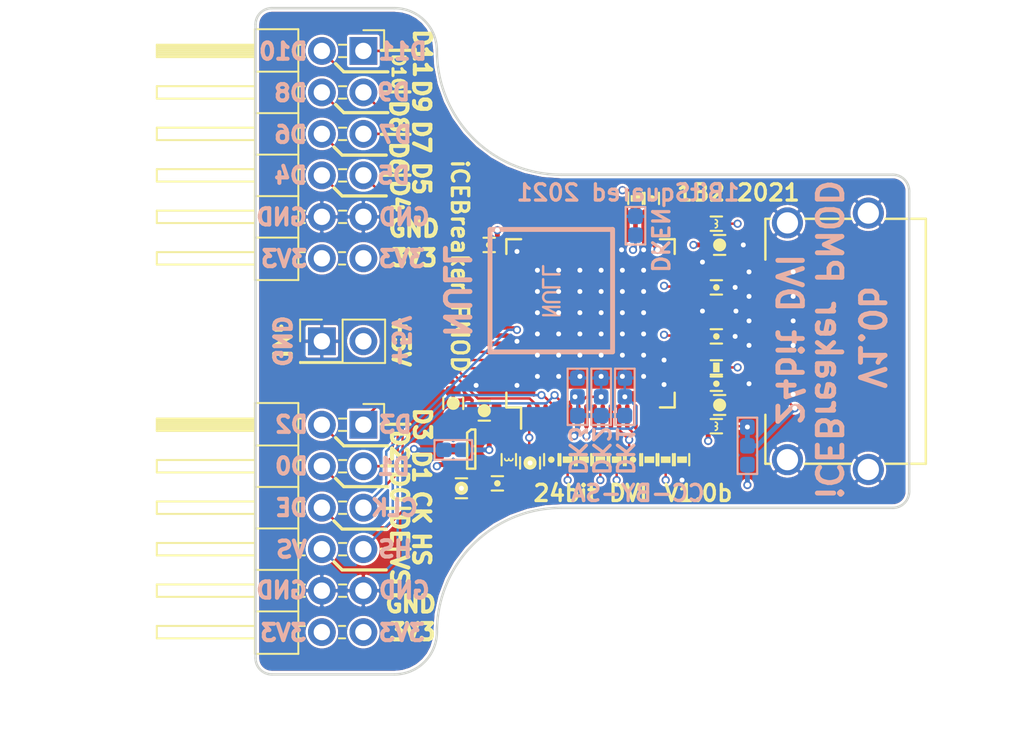
<source format=kicad_pcb>
(kicad_pcb (version 20171130) (host pcbnew 5.1.10)
  (title_block (title "iCEBreaker PMOD - 24bit DVI") (rev V1.0a) (company 1BitSquared) (comment 1 "(C) 2018-2021 Piotr Esden-Tempski <piotr@esden.net>") (comment 2 "(C) 2018-2021 1BitSquared <info@1bitsquared.com>") (comment 3 "License: CC-BY-SA V4.0"))
  (layers (0 F.Cu signal) (1 In1.Cu signal) (2 In2.Cu signal) (31 B.Cu signal) (34 B.Paste user) (35 F.Paste user) (36 B.SilkS user) (37 F.SilkS user) (38 B.Mask user) (39 F.Mask user) (44 Edge.Cuts user))
  (net 0 "")
  (net 1 GND)
  (net 2 +3V3)
  (net 3 +5V)
  (net 4 "Net-(C3-Pad1)")
  (net 5 /DE)
  (net 6 /VREF)
  (net 7 /HS)
  (net 8 /VS)
  (net 9 /EDGE-HTPLG)
  (net 10 /~PD)
  (net 11 /ISEL-~RST)
  (net 12 /DSEL-SDA)
  (net 13 /BSEL-SCL)
  (net 14 /CK-)
  (net 15 /CK+)
  (net 16 /TVDD)
  (net 17 /D0-)
  (net 18 /D0+)
  (net 19 /D1-)
  (net 20 /D1+)
  (net 21 /D2-)
  (net 22 /D2+)
  (net 23 /DKEN)
  (net 24 /CLK)
  (net 25 /TFADJ)
  (net 26 "Net-(J5-Pad2)")
  (net 27 /VCC)
  (net 28 /PVCC)
  (net 29 /DK3)
  (net 30 /DK2)
  (net 31 /DK1)
  (net 32 /D1)
  (net 33 /D3)
  (net 34 /D2)
  (net 35 /D5)
  (net 36 /D4)
  (net 37 /D7)
  (net 38 /D6)
  (net 39 /D9)
  (net 40 /D8)
  (net 41 /D11)
  (net 42 /D10)
  (net 43 "Net-(J6-Pad19)")
  (net 44 "Net-(J6-Pad16)")
  (net 45 "Net-(J6-Pad15)")
  (net 46 "Net-(J6-Pad14)")
  (net 47 "Net-(J6-Pad13)")
  (net 48 /D0)
  (net 49 "Net-(U2-Pad11)")
  (net 50 /3V3x)
  (module pkl_connectors:HDMI-10029449-111RLF (layer F.Cu) (at 62.5 40.2 90)
    (fp_text reference J6)
    (fp_text value HDMI_A_1.4 hide)
    (pad SH thru_hole circle (at -7.85 5 90) (size 1.9 1.9) (drill 1.3) (layers *.Cu *.Mask) (net 1 GND))
    (pad SH thru_hole circle (at 7.85 5 90) (size 1.9 1.9) (drill 1.3) (layers *.Cu *.Mask) (net 1 GND))
    (pad SH thru_hole circle (at 7.25 0.05 90) (size 1.9 1.9) (drill 1.3) (layers *.Cu *.Mask) (net 1 GND))
    (pad SH thru_hole circle (at -7.25 0.05 90) (size 1.9 1.9) (drill 1.3) (layers *.Cu *.Mask) (net 1 GND))
    (pad 2 smd roundrect (at 4.25 -0.95 90) (size 0.28 1.9) (layers F.Cu F.Paste F.Mask) (net 1 GND))
    (pad 3 smd roundrect (at 3.75 -0.95 90) (size 0.28 1.9) (layers F.Cu F.Paste F.Mask) (net 21 /D2-))
    (pad 4 smd roundrect (at 3.25 -0.95 90) (size 0.28 1.9) (layers F.Cu F.Paste F.Mask) (net 20 /D1+))
    (pad 5 smd roundrect (at 2.75 -0.95 90) (size 0.28 1.9) (layers F.Cu F.Paste F.Mask) (net 1 GND))
    (pad 6 smd roundrect (at 2.25 -0.95 90) (size 0.28 1.9) (layers F.Cu F.Paste F.Mask) (net 19 /D1-))
    (pad 7 smd roundrect (at 1.75 -0.95 90) (size 0.28 1.9) (layers F.Cu F.Paste F.Mask) (net 18 /D0+))
    (pad 8 smd roundrect (at 1.25 -0.95 90) (size 0.28 1.9) (layers F.Cu F.Paste F.Mask) (net 1 GND))
    (pad 9 smd roundrect (at 0.75 -0.95 90) (size 0.28 1.9) (layers F.Cu F.Paste F.Mask) (net 17 /D0-))
    (pad 10 smd roundrect (at 0.25 -0.95 90) (size 0.28 1.9) (layers F.Cu F.Paste F.Mask) (net 15 /CK+))
    (pad 11 smd roundrect (at -0.25 -0.95 90) (size 0.28 1.9) (layers F.Cu F.Paste F.Mask) (net 1 GND))
    (pad 12 smd roundrect (at -0.75 -0.95 90) (size 0.28 1.9) (layers F.Cu F.Paste F.Mask) (net 14 /CK-))
    (pad 13 smd roundrect (at -1.25 -0.95 90) (size 0.28 1.9) (layers F.Cu F.Paste F.Mask) (net 47 "Net-(J6-Pad13)"))
    (pad 14 smd roundrect (at -1.75 -0.95 90) (size 0.28 1.9) (layers F.Cu F.Paste F.Mask) (net 46 "Net-(J6-Pad14)"))
    (pad 15 smd roundrect (at -2.25 -0.95 90) (size 0.28 1.9) (layers F.Cu F.Paste F.Mask) (net 45 "Net-(J6-Pad15)"))
    (pad 16 smd roundrect (at -2.75 -0.95 90) (size 0.28 1.9) (layers F.Cu F.Paste F.Mask) (net 44 "Net-(J6-Pad16)"))
    (pad 17 smd roundrect (at -3.25 -0.95 90) (size 0.28 1.9) (layers F.Cu F.Paste F.Mask) (net 1 GND))
    (pad 18 smd roundrect (at -3.75 -0.95 90) (size 0.28 1.9) (layers F.Cu F.Paste F.Mask) (net 26 "Net-(J5-Pad2)"))
    (pad 1 smd roundrect (at 4.75 -0.95 90) (size 0.28 1.9) (layers F.Cu F.Paste F.Mask) (net 22 /D2+))
    (pad 19 smd roundrect (at -4.25 -0.95 90) (size 0.28 1.9) (layers F.Cu F.Paste F.Mask) (net 43 "Net-(J6-Pad19)"))
  )
  (module pkl_housings_qfp:TQFP-64-1EP_10x10mm_P0.5mm_EP5x5mm (layer F.Cu) (at 50.5 39.1 90)
    (fp_text reference U2)
    (fp_text value SII164)
    (pad 65 thru_hole circle (at -1.95 3.25 90) (size 0.5 0.5) (drill 0.3) (layers *.Cu) (net 1 GND))
    (pad 65 thru_hole circle (at -3.25 3.25 90) (size 0.5 0.5) (drill 0.3) (layers *.Cu) (net 1 GND))
    (pad 65 thru_hole circle (at 0.65 3.25 90) (size 0.5 0.5) (drill 0.3) (layers *.Cu) (net 1 GND))
    (pad 65 thru_hole circle (at -0.65 3.25 90) (size 0.5 0.5) (drill 0.3) (layers *.Cu) (net 1 GND))
    (pad 65 thru_hole circle (at 3.25 3.25 90) (size 0.5 0.5) (drill 0.3) (layers *.Cu) (net 1 GND))
    (pad 65 thru_hole circle (at 1.95 3.25 90) (size 0.5 0.5) (drill 0.3) (layers *.Cu) (net 1 GND))
    (pad 65 thru_hole circle (at -1.95 1.95 90) (size 0.5 0.5) (drill 0.3) (layers *.Cu) (net 1 GND))
    (pad 65 thru_hole circle (at -3.25 1.95 90) (size 0.5 0.5) (drill 0.3) (layers *.Cu) (net 1 GND))
    (pad 65 thru_hole circle (at 0.65 1.95 90) (size 0.5 0.5) (drill 0.3) (layers *.Cu) (net 1 GND))
    (pad 65 thru_hole circle (at -0.65 1.95 90) (size 0.5 0.5) (drill 0.3) (layers *.Cu) (net 1 GND))
    (pad 65 thru_hole circle (at 3.25 1.95 90) (size 0.5 0.5) (drill 0.3) (layers *.Cu) (net 1 GND))
    (pad 65 thru_hole circle (at 1.95 1.95 90) (size 0.5 0.5) (drill 0.3) (layers *.Cu) (net 1 GND))
    (pad 65 thru_hole circle (at -3.25 0.65 90) (size 0.5 0.5) (drill 0.3) (layers *.Cu) (net 1 GND))
    (pad 65 thru_hole circle (at 0.65 0.65 90) (size 0.5 0.5) (drill 0.3) (layers *.Cu) (net 1 GND))
    (pad 65 thru_hole circle (at -0.65 0.65 90) (size 0.5 0.5) (drill 0.3) (layers *.Cu) (net 1 GND))
    (pad 65 thru_hole circle (at 1.95 0.65 90) (size 0.5 0.5) (drill 0.3) (layers *.Cu) (net 1 GND))
    (pad 65 thru_hole circle (at -1.95 0.65 90) (size 0.5 0.5) (drill 0.3) (layers *.Cu) (net 1 GND))
    (pad 65 thru_hole circle (at 3.25 0.65 90) (size 0.5 0.5) (drill 0.3) (layers *.Cu) (net 1 GND))
    (pad 65 thru_hole circle (at -3.25 -0.65 90) (size 0.5 0.5) (drill 0.3) (layers *.Cu) (net 1 GND))
    (pad 65 thru_hole circle (at 0.65 -0.65 90) (size 0.5 0.5) (drill 0.3) (layers *.Cu) (net 1 GND))
    (pad 65 thru_hole circle (at -0.65 -0.65 90) (size 0.5 0.5) (drill 0.3) (layers *.Cu) (net 1 GND))
    (pad 65 thru_hole circle (at 1.95 -0.65 90) (size 0.5 0.5) (drill 0.3) (layers *.Cu) (net 1 GND))
    (pad 65 thru_hole circle (at -1.95 -0.65 90) (size 0.5 0.5) (drill 0.3) (layers *.Cu) (net 1 GND))
    (pad 65 thru_hole circle (at 3.25 -0.65 90) (size 0.5 0.5) (drill 0.3) (layers *.Cu) (net 1 GND))
    (pad 65 thru_hole circle (at 1.95 -1.95 90) (size 0.5 0.5) (drill 0.3) (layers *.Cu) (net 1 GND))
    (pad 65 thru_hole circle (at -1.95 -1.95 90) (size 0.5 0.5) (drill 0.3) (layers *.Cu) (net 1 GND))
    (pad 65 thru_hole circle (at 3.25 -1.95 90) (size 0.5 0.5) (drill 0.3) (layers *.Cu) (net 1 GND))
    (pad 65 thru_hole circle (at -3.25 -1.95 90) (size 0.5 0.5) (drill 0.3) (layers *.Cu) (net 1 GND))
    (pad 65 thru_hole circle (at 0.65 -1.95 90) (size 0.5 0.5) (drill 0.3) (layers *.Cu) (net 1 GND))
    (pad 65 thru_hole circle (at -0.65 -1.95 90) (size 0.5 0.5) (drill 0.3) (layers *.Cu) (net 1 GND))
    (pad 65 thru_hole circle (at 3.25 -3.25 90) (size 0.5 0.5) (drill 0.3) (layers *.Cu) (net 1 GND))
    (pad 65 thru_hole circle (at 1.95 -3.25 90) (size 0.5 0.5) (drill 0.3) (layers *.Cu) (net 1 GND))
    (pad 65 thru_hole circle (at 0.65 -3.25 90) (size 0.5 0.5) (drill 0.3) (layers *.Cu) (net 1 GND))
    (pad 65 thru_hole circle (at -0.65 -3.25 90) (size 0.5 0.5) (drill 0.3) (layers *.Cu) (net 1 GND))
    (pad 65 thru_hole circle (at -1.95 -3.25 90) (size 0.5 0.5) (drill 0.3) (layers *.Cu) (net 1 GND))
    (pad 65 thru_hole circle (at -3.25 -3.25 90) (size 0.5 0.5) (drill 0.3) (layers *.Cu) (net 1 GND))
    (pad 65 smd rect (at 0 0 90) (size 8 8) (layers F.Cu) (net 1 GND))
    (pad 64 smd oval (at -3.75 -5.7 90) (size 0.28 1.5) (layers F.Cu F.Paste F.Mask) (net 1 GND))
    (pad 63 smd oval (at -3.25 -5.7 90) (size 0.28 1.5) (layers F.Cu F.Paste F.Mask) (net 48 /D0))
    (pad 62 smd oval (at -2.75 -5.7 90) (size 0.28 1.5) (layers F.Cu F.Paste F.Mask) (net 32 /D1))
    (pad 61 smd oval (at -2.25 -5.7 90) (size 0.28 1.5) (layers F.Cu F.Paste F.Mask) (net 34 /D2))
    (pad 60 smd oval (at -1.75 -5.7 90) (size 0.28 1.5) (layers F.Cu F.Paste F.Mask) (net 33 /D3))
    (pad 59 smd oval (at -1.25 -5.7 90) (size 0.28 1.5) (layers F.Cu F.Paste F.Mask) (net 36 /D4))
    (pad 58 smd oval (at -0.75 -5.7 90) (size 0.28 1.5) (layers F.Cu F.Paste F.Mask) (net 35 /D5))
    (pad 57 smd oval (at -0.25 -5.7 90) (size 0.28 1.5) (layers F.Cu F.Paste F.Mask) (net 24 /CLK))
    (pad 56 smd oval (at 0.25 -5.7 90) (size 0.28 1.5) (layers F.Cu F.Paste F.Mask) (net 1 GND))
    (pad 55 smd oval (at 0.75 -5.7 90) (size 0.28 1.5) (layers F.Cu F.Paste F.Mask) (net 38 /D6))
    (pad 54 smd oval (at 1.25 -5.7 90) (size 0.28 1.5) (layers F.Cu F.Paste F.Mask) (net 37 /D7))
    (pad 53 smd oval (at 1.75 -5.7 90) (size 0.28 1.5) (layers F.Cu F.Paste F.Mask) (net 40 /D8))
    (pad 52 smd oval (at 2.25 -5.7 90) (size 0.28 1.5) (layers F.Cu F.Paste F.Mask) (net 39 /D9))
    (pad 51 smd oval (at 2.75 -5.7 90) (size 0.28 1.5) (layers F.Cu F.Paste F.Mask) (net 42 /D10))
    (pad 50 smd oval (at 3.25 -5.7 90) (size 0.28 1.5) (layers F.Cu F.Paste F.Mask) (net 41 /D11))
    (pad 49 smd oval (at 3.75 -5.7 90) (size 0.28 1.5) (layers F.Cu F.Paste F.Mask) (net 28 /PVCC))
    (pad 48 smd oval (at 5.7 -3.75 180) (size 0.28 1.5) (layers F.Cu F.Paste F.Mask) (net 1 GND))
    (pad 47 smd oval (at 5.7 -3.25 180) (size 0.28 1.5) (layers F.Cu F.Paste F.Mask) (net 1 GND))
    (pad 46 smd oval (at 5.7 -2.75 180) (size 0.28 1.5) (layers F.Cu F.Paste F.Mask) (net 1 GND))
    (pad 45 smd oval (at 5.7 -2.25 180) (size 0.28 1.5) (layers F.Cu F.Paste F.Mask) (net 1 GND))
    (pad 44 smd oval (at 5.7 -1.75 180) (size 0.28 1.5) (layers F.Cu F.Paste F.Mask) (net 1 GND))
    (pad 43 smd oval (at 5.7 -1.25 180) (size 0.28 1.5) (layers F.Cu F.Paste F.Mask) (net 1 GND))
    (pad 42 smd oval (at 5.7 -0.75 180) (size 0.28 1.5) (layers F.Cu F.Paste F.Mask) (net 1 GND))
    (pad 41 smd oval (at 5.7 -0.25 180) (size 0.28 1.5) (layers F.Cu F.Paste F.Mask) (net 1 GND))
    (pad 40 smd oval (at 5.7 0.25 180) (size 0.28 1.5) (layers F.Cu F.Paste F.Mask) (net 1 GND))
    (pad 39 smd oval (at 5.7 0.75 180) (size 0.28 1.5) (layers F.Cu F.Paste F.Mask) (net 1 GND))
    (pad 38 smd oval (at 5.7 1.25 180) (size 0.28 1.5) (layers F.Cu F.Paste F.Mask) (net 1 GND))
    (pad 37 smd oval (at 5.7 1.75 180) (size 0.28 1.5) (layers F.Cu F.Paste F.Mask) (net 1 GND))
    (pad 36 smd oval (at 5.7 2.25 180) (size 0.28 1.5) (layers F.Cu F.Paste F.Mask) (net 1 GND))
    (pad 35 smd oval (at 5.7 2.75 180) (size 0.28 1.5) (layers F.Cu F.Paste F.Mask) (net 23 /DKEN))
    (pad 34 smd oval (at 5.7 3.25 180) (size 0.28 1.5) (layers F.Cu F.Paste F.Mask) (net 1 GND))
    (pad 33 smd oval (at 5.7 3.75 180) (size 0.28 1.5) (layers F.Cu F.Paste F.Mask) (net 27 /VCC))
    (pad 32 smd oval (at 3.75 5.7 90) (size 0.28 1.5) (layers F.Cu F.Paste F.Mask) (net 1 GND))
    (pad 31 smd oval (at 3.25 5.7 90) (size 0.28 1.5) (layers F.Cu F.Paste F.Mask) (net 22 /D2+))
    (pad 30 smd oval (at 2.75 5.7 90) (size 0.28 1.5) (layers F.Cu F.Paste F.Mask) (net 21 /D2-))
    (pad 29 smd oval (at 2.25 5.7 90) (size 0.28 1.5) (layers F.Cu F.Paste F.Mask) (net 16 /TVDD))
    (pad 28 smd oval (at 1.75 5.7 90) (size 0.28 1.5) (layers F.Cu F.Paste F.Mask) (net 20 /D1+))
    (pad 27 smd oval (at 1.25 5.7 90) (size 0.28 1.5) (layers F.Cu F.Paste F.Mask) (net 19 /D1-))
    (pad 26 smd oval (at 0.75 5.7 90) (size 0.28 1.5) (layers F.Cu F.Paste F.Mask) (net 1 GND))
    (pad 25 smd oval (at 0.25 5.7 90) (size 0.28 1.5) (layers F.Cu F.Paste F.Mask) (net 18 /D0+))
    (pad 24 smd oval (at -0.25 5.7 90) (size 0.28 1.5) (layers F.Cu F.Paste F.Mask) (net 17 /D0-))
    (pad 23 smd oval (at -0.75 5.7 90) (size 0.28 1.5) (layers F.Cu F.Paste F.Mask) (net 16 /TVDD))
    (pad 22 smd oval (at -1.25 5.7 90) (size 0.28 1.5) (layers F.Cu F.Paste F.Mask) (net 15 /CK+))
    (pad 21 smd oval (at -1.75 5.7 90) (size 0.28 1.5) (layers F.Cu F.Paste F.Mask) (net 14 /CK-))
    (pad 20 smd oval (at -2.25 5.7 90) (size 0.28 1.5) (layers F.Cu F.Paste F.Mask) (net 1 GND))
    (pad 19 smd oval (at -2.75 5.7 90) (size 0.28 1.5) (layers F.Cu F.Paste F.Mask) (net 25 /TFADJ))
    (pad 18 smd oval (at -3.25 5.7 90) (size 0.28 1.5) (layers F.Cu F.Paste F.Mask) (net 28 /PVCC))
    (pad 17 smd oval (at -3.75 5.7 90) (size 0.28 1.5) (layers F.Cu F.Paste F.Mask) (net 1 GND))
    (pad 16 smd oval (at -5.7 3.75 180) (size 0.28 1.5) (layers F.Cu F.Paste F.Mask) (net 1 GND))
    (pad 15 smd oval (at -5.7 3.25 180) (size 0.28 1.5) (layers F.Cu F.Paste F.Mask) (net 13 /BSEL-SCL))
    (pad 14 smd oval (at -5.7 2.75 180) (size 0.28 1.5) (layers F.Cu F.Paste F.Mask) (net 12 /DSEL-SDA))
    (pad 13 smd oval (at -5.7 2.25 180) (size 0.28 1.5) (layers F.Cu F.Paste F.Mask) (net 11 /ISEL-~RST))
    (pad 12 smd oval (at -5.7 1.75 180) (size 0.28 1.5) (layers F.Cu F.Paste F.Mask) (net 27 /VCC))
    (pad 11 smd oval (at -5.7 1.25 180) (size 0.28 1.5) (layers F.Cu F.Paste F.Mask) (net 49 "Net-(U2-Pad11)"))
    (pad 10 smd oval (at -5.7 0.75 180) (size 0.28 1.5) (layers F.Cu F.Paste F.Mask) (net 10 /~PD))
    (pad 9 smd oval (at -5.7 0.25 180) (size 0.28 1.5) (layers F.Cu F.Paste F.Mask) (net 9 /EDGE-HTPLG))
    (pad 8 smd oval (at -5.7 -0.25 180) (size 0.28 1.5) (layers F.Cu F.Paste F.Mask) (net 31 /DK1))
    (pad 7 smd oval (at -5.7 -0.75 180) (size 0.28 1.5) (layers F.Cu F.Paste F.Mask) (net 30 /DK2))
    (pad 6 smd oval (at -5.7 -1.25 180) (size 0.28 1.5) (layers F.Cu F.Paste F.Mask) (net 29 /DK3))
    (pad 5 smd oval (at -5.7 -1.75 180) (size 0.28 1.5) (layers F.Cu F.Paste F.Mask) (net 8 /VS))
    (pad 4 smd oval (at -5.7 -2.25 180) (size 0.28 1.5) (layers F.Cu F.Paste F.Mask) (net 7 /HS))
    (pad 3 smd oval (at -5.7 -2.75 180) (size 0.28 1.5) (layers F.Cu F.Paste F.Mask) (net 6 /VREF))
    (pad 2 smd oval (at -5.7 -3.25 180) (size 0.28 1.5) (layers F.Cu F.Paste F.Mask) (net 5 /DE))
    (pad 1 smd oval (at -5.7 -3.75 180) (size 0.28 1.5) (layers F.Cu F.Paste F.Mask) (net 27 /VCC))
  )
  (module pkl_logos:null_Logo_SilkS_7.5mm (layer B.Cu) (at 48.1 37.1 90)
    (fp_text reference REF**)
    (fp_text value null_Logo_SilkS_7.5mm)
  )
  (module pkl_jumpers:J_NCNO_0903_15 (layer B.Cu) (at 52.6 43.6 270)
    (fp_text reference J9)
    (fp_text value sj)
    (fp_line (start -0.775 0) (end -0.375 0) (layer B.Cu) (width 0.15))
    (pad 3 smd roundrect (at 1.15 0 270) (size 0.95 0.9) (layers B.Cu B.Mask) (net 2 +3V3))
    (pad 2 smd roundrect (at 0 0 270) (size 0.95 0.9) (layers B.Cu B.Mask) (net 31 /DK1))
    (pad 1 smd roundrect (at -1.15 0 270) (size 0.95 0.9) (layers B.Cu B.Mask) (net 1 GND))
  )
  (module pkl_jumpers:J_NCNO_0903_15 (layer B.Cu) (at 51.15 43.6 270)
    (fp_text reference J8)
    (fp_text value sj)
    (fp_line (start -0.775 0) (end -0.375 0) (layer B.Cu) (width 0.15))
    (pad 1 smd roundrect (at -1.15 0 270) (size 0.95 0.9) (layers B.Cu B.Mask) (net 1 GND))
    (pad 2 smd roundrect (at 0 0 270) (size 0.95 0.9) (layers B.Cu B.Mask) (net 30 /DK2))
    (pad 3 smd roundrect (at 1.15 0 270) (size 0.95 0.9) (layers B.Cu B.Mask) (net 2 +3V3))
  )
  (module pkl_jumpers:J_NCNO_0903_15 (layer B.Cu) (at 49.7 43.6 90)
    (fp_text reference J7)
    (fp_text value sj)
    (fp_line (start -0.775 0) (end -0.375 0) (layer B.Cu) (width 0.15))
    (pad 3 smd roundrect (at 1.15 0 90) (size 0.95 0.9) (layers B.Cu B.Mask) (net 1 GND))
    (pad 2 smd roundrect (at 0 0 90) (size 0.95 0.9) (layers B.Cu B.Mask) (net 29 /DK3))
    (pad 1 smd roundrect (at -1.15 0 90) (size 0.95 0.9) (layers B.Cu B.Mask) (net 2 +3V3))
  )
  (module pkl_connectors:PMODHeader_2x06_P2.54mm_Horizontal (layer F.Cu) (at 36.6 58.01 180)
    (fp_text reference J1)
    (fp_text value PMOD)
    (pad 6 thru_hole circle (at 0 0 180) (size 1.7 1.7) (drill 1) (layers *.Cu *.Mask) (net 50 /3V3x))
    (pad 12 thru_hole oval (at 2.54 0 180) (size 1.7 1.7) (drill 1) (layers *.Cu *.Mask) (net 50 /3V3x))
    (pad 5 thru_hole oval (at 0 2.54 180) (size 1.7 1.7) (drill 1) (layers *.Cu *.Mask) (net 1 GND))
    (pad 11 thru_hole oval (at 2.54 2.54 180) (size 1.7 1.7) (drill 1) (layers *.Cu *.Mask) (net 1 GND))
    (pad 4 thru_hole oval (at 0 5.08 180) (size 1.7 1.7) (drill 1) (layers *.Cu *.Mask) (net 7 /HS))
    (pad 10 thru_hole oval (at 2.54 5.08 180) (size 1.7 1.7) (drill 1) (layers *.Cu *.Mask) (net 8 /VS))
    (pad 3 thru_hole oval (at 0 7.62 180) (size 1.7 1.7) (drill 1) (layers *.Cu *.Mask) (net 24 /CLK))
    (pad 9 thru_hole oval (at 2.54 7.62 180) (size 1.7 1.7) (drill 1) (layers *.Cu *.Mask) (net 5 /DE))
    (pad 2 thru_hole oval (at 0 10.16 180) (size 1.7 1.7) (drill 1) (layers *.Cu *.Mask) (net 32 /D1))
    (pad 8 thru_hole oval (at 2.54 10.16 180) (size 1.7 1.7) (drill 1) (layers *.Cu *.Mask) (net 48 /D0))
    (pad 1 thru_hole rect (at 0 12.7 180) (size 1.7 1.7) (drill 1) (layers *.Cu *.Mask) (net 33 /D3))
    (pad 7 thru_hole circle (at 2.54 12.7 180) (size 1.7 1.7) (drill 1) (layers *.Cu *.Mask) (net 34 /D2))
  )
  (module pkl_jumpers:J_0603 (layer B.Cu) (at 53.25 33.125 90)
    (fp_text reference J10)
    (fp_text value sj)
    (pad 2 smd roundrect (at 0.575 0 90) (size 0.95 0.9) (layers B.Cu B.Mask) (net 1 GND))
    (pad 1 smd roundrect (at -0.575 0 90) (size 0.95 0.9) (layers B.Cu B.Mask) (net 23 /DKEN))
  )
  (module pkl_dipol:C_0402 (layer F.Cu) (at 44.3 34.3 180)
    (fp_text reference C11)
    (fp_text value 100n)
    (pad 2 smd roundrect (at 0.5 0 180) (size 0.5 0.6) (layers F.Cu F.Paste F.Mask) (net 1 GND))
    (pad 1 smd roundrect (at -0.5 0 180) (size 0.5 0.6) (layers F.Cu F.Paste F.Mask) (net 28 /PVCC))
  )
  (module pkl_jumpers:J_NCNO_0903_30 (layer B.Cu) (at 60.1 46.6 270)
    (fp_text reference J5)
    (fp_text value 3v3_5v_sel)
    (fp_line (start -0.775 0) (end -0.375 0) (layer B.Cu) (width 0.3))
    (pad 1 smd roundrect (at -1.15 0 270) (size 0.95 0.9) (layers B.Cu B.Paste B.Mask) (net 2 +3V3))
    (pad 2 smd roundrect (at 0 0 270) (size 0.95 0.9) (layers B.Cu B.Paste B.Mask) (net 26 "Net-(J5-Pad2)"))
    (pad 3 smd roundrect (at 1.15 0 270) (size 0.95 0.9) (layers B.Cu B.Paste B.Mask) (net 3 +5V))
  )
  (module pkl_connectors:PMODHeader_2x06_P2.54mm_Horizontal (layer F.Cu) (at 36.6 35.12 180)
    (fp_text reference J2)
    (fp_text value PMOD)
    (pad 6 thru_hole circle (at 0 0 180) (size 1.7 1.7) (drill 1) (layers *.Cu *.Mask) (net 50 /3V3x))
    (pad 12 thru_hole oval (at 2.54 0 180) (size 1.7 1.7) (drill 1) (layers *.Cu *.Mask) (net 50 /3V3x))
    (pad 5 thru_hole oval (at 0 2.54 180) (size 1.7 1.7) (drill 1) (layers *.Cu *.Mask) (net 1 GND))
    (pad 11 thru_hole oval (at 2.54 2.54 180) (size 1.7 1.7) (drill 1) (layers *.Cu *.Mask) (net 1 GND))
    (pad 4 thru_hole oval (at 0 5.08 180) (size 1.7 1.7) (drill 1) (layers *.Cu *.Mask) (net 35 /D5))
    (pad 10 thru_hole oval (at 2.54 5.08 180) (size 1.7 1.7) (drill 1) (layers *.Cu *.Mask) (net 36 /D4))
    (pad 3 thru_hole oval (at 0 7.62 180) (size 1.7 1.7) (drill 1) (layers *.Cu *.Mask) (net 37 /D7))
    (pad 9 thru_hole oval (at 2.54 7.62 180) (size 1.7 1.7) (drill 1) (layers *.Cu *.Mask) (net 38 /D6))
    (pad 2 thru_hole oval (at 0 10.16 180) (size 1.7 1.7) (drill 1) (layers *.Cu *.Mask) (net 39 /D9))
    (pad 8 thru_hole oval (at 2.54 10.16 180) (size 1.7 1.7) (drill 1) (layers *.Cu *.Mask) (net 40 /D8))
    (pad 1 thru_hole rect (at 0 12.7 180) (size 1.7 1.7) (drill 1) (layers *.Cu *.Mask) (net 41 /D11))
    (pad 7 thru_hole circle (at 2.54 12.7 180) (size 1.7 1.7) (drill 1) (layers *.Cu *.Mask) (net 42 /D10))
  )
  (module Connector_PinHeader_2.54mm:PinHeader_2x01_P2.54mm_Vertical (layer F.Cu) (at 34.06 40.2)
    (fp_text reference J4)
    (fp_text value 5V)
    (pad 1 thru_hole rect (at 0 0) (size 1.7 1.7) (drill 1) (layers *.Cu *.Mask) (net 1 GND))
    (pad 2 thru_hole oval (at 2.54 0) (size 1.7 1.7) (drill 1) (layers *.Cu *.Mask) (net 3 +5V))
  )
  (module pkl_jumpers:J_NC_0603_30 (layer B.Cu) (at 42.1 46.85 180)
    (fp_text reference J3)
    (fp_text value jmp)
    (fp_line (start -0.2 0) (end 0.2 0) (layer B.Cu) (width 0.3))
    (pad 1 smd roundrect (at -0.575 0 180) (size 0.95 0.9) (layers B.Cu B.Paste B.Mask) (net 2 +3V3))
    (pad 2 smd roundrect (at 0.575 0 180) (size 0.95 0.9) (layers B.Cu B.Paste B.Mask) (net 50 /3V3x))
  )
  (module pkl_dipol:C_0402 (layer F.Cu) (at 54.25 31.45 90)
    (fp_text reference C6)
    (fp_text value 100n)
    (pad 2 smd roundrect (at 0.5 0 90) (size 0.5 0.6) (layers F.Cu F.Paste F.Mask) (net 1 GND))
    (pad 1 smd roundrect (at -0.5 0 90) (size 0.5 0.6) (layers F.Cu F.Paste F.Mask) (net 27 /VCC))
  )
  (module pkl_dipol:C_0402 (layer F.Cu) (at 58.2 39.9)
    (fp_text reference C7)
    (fp_text value 100n)
    (pad 1 smd roundrect (at -0.5 0) (size 0.5 0.6) (layers F.Cu F.Paste F.Mask) (net 16 /TVDD))
    (pad 2 smd roundrect (at 0.5 0) (size 0.5 0.6) (layers F.Cu F.Paste F.Mask) (net 1 GND))
  )
  (module pkl_dipol:C_0402 (layer F.Cu) (at 48.1 47.45 270)
    (fp_text reference C8)
    (fp_text value 100n)
    (pad 2 smd roundrect (at 0.5 0 270) (size 0.5 0.6) (layers F.Cu F.Paste F.Mask) (net 1 GND))
    (pad 1 smd roundrect (at -0.5 0 270) (size 0.5 0.6) (layers F.Cu F.Paste F.Mask) (net 27 /VCC))
  )
  (module pkl_dipol:C_0402 (layer F.Cu) (at 58.2 42.8)
    (fp_text reference C9)
    (fp_text value 100n)
    (pad 1 smd roundrect (at -0.5 0) (size 0.5 0.6) (layers F.Cu F.Paste F.Mask) (net 28 /PVCC))
    (pad 2 smd roundrect (at 0.5 0) (size 0.5 0.6) (layers F.Cu F.Paste F.Mask) (net 1 GND))
  )
  (module pkl_dipol:C_0402 (layer F.Cu) (at 58.2 36.9)
    (fp_text reference C10)
    (fp_text value 100n)
    (pad 2 smd roundrect (at 0.5 0) (size 0.5 0.6) (layers F.Cu F.Paste F.Mask) (net 1 GND))
    (pad 1 smd roundrect (at -0.5 0) (size 0.5 0.6) (layers F.Cu F.Paste F.Mask) (net 16 /TVDD))
  )
  (module pkl_dipol:C_0402 (layer F.Cu) (at 53.1 47.45 270)
    (fp_text reference C5)
    (fp_text value 100n)
    (pad 2 smd roundrect (at 0.5 0 270) (size 0.5 0.6) (layers F.Cu F.Paste F.Mask) (net 1 GND))
    (pad 1 smd roundrect (at -0.5 0 270) (size 0.5 0.6) (layers F.Cu F.Paste F.Mask) (net 27 /VCC))
  )
  (module pkl_dipol:C_0402 (layer F.Cu) (at 44.8 48.9)
    (fp_text reference C3)
    (fp_text value 470p)
    (pad 1 smd roundrect (at -0.5 0) (size 0.5 0.6) (layers F.Cu F.Paste F.Mask) (net 4 "Net-(C3-Pad1)"))
    (pad 2 smd roundrect (at 0.5 0) (size 0.5 0.6) (layers F.Cu F.Paste F.Mask) (net 1 GND))
  )
  (module pkl_dipol:C_0603 (layer F.Cu) (at 46.8 47.65 270)
    (fp_text reference C14)
    (fp_text value 10u)
    (pad 2 smd roundrect (at 0.75 0 270) (size 0.6 0.9) (layers F.Cu F.Paste F.Mask) (net 1 GND))
    (pad 1 smd roundrect (at -0.75 0 270) (size 0.6 0.9) (layers F.Cu F.Paste F.Mask) (net 27 /VCC))
  )
  (module pkl_dipol:C_0603 (layer F.Cu) (at 58.4 34.3)
    (fp_text reference C16)
    (fp_text value 10u)
    (pad 1 smd roundrect (at -0.75 0) (size 0.6 0.9) (layers F.Cu F.Paste F.Mask) (net 16 /TVDD))
    (pad 2 smd roundrect (at 0.75 0) (size 0.6 0.9) (layers F.Cu F.Paste F.Mask) (net 1 GND))
  )
  (module pkl_dipol:C_0603 (layer F.Cu) (at 58.4 44.1)
    (fp_text reference C15)
    (fp_text value 10u)
    (pad 2 smd roundrect (at 0.75 0) (size 0.6 0.9) (layers F.Cu F.Paste F.Mask) (net 1 GND))
    (pad 1 smd roundrect (at -0.75 0) (size 0.6 0.9) (layers F.Cu F.Paste F.Mask) (net 28 /PVCC))
  )
  (module pkl_dipol:C_0603 (layer F.Cu) (at 42.1 44 90)
    (fp_text reference C2)
    (fp_text value 4u7)
    (pad 1 smd roundrect (at -0.75 0 90) (size 0.6 0.9) (layers F.Cu F.Paste F.Mask) (net 3 +5V))
    (pad 2 smd roundrect (at 0.75 0 90) (size 0.6 0.9) (layers F.Cu F.Paste F.Mask) (net 1 GND))
  )
  (module pkl_dipol:C_0603 (layer F.Cu) (at 42.6 49.2)
    (fp_text reference C1)
    (fp_text value 10u)
    (pad 2 smd roundrect (at 0.75 0) (size 0.6 0.9) (layers F.Cu F.Paste F.Mask) (net 1 GND))
    (pad 1 smd roundrect (at -0.75 0) (size 0.6 0.9) (layers F.Cu F.Paste F.Mask) (net 2 +3V3))
  )
  (module pkl_dipol:C_0603 (layer F.Cu) (at 44 44.45 180)
    (fp_text reference C4)
    (fp_text value 4u7)
    (pad 1 smd roundrect (at -0.75 0 180) (size 0.6 0.9) (layers F.Cu F.Paste F.Mask) (net 2 +3V3))
    (pad 2 smd roundrect (at 0.75 0 180) (size 0.6 0.9) (layers F.Cu F.Paste F.Mask) (net 1 GND))
  )
  (module pkl_dipol:L_0402 (layer F.Cu) (at 58.2 33 180)
    (fp_text reference L3)
    (fp_text value 600)
    (pad 1 smd roundrect (at -0.5 0 180) (size 0.5 0.6) (layers F.Cu F.Paste F.Mask) (net 2 +3V3))
    (pad 2 smd roundrect (at 0.5 0 180) (size 0.5 0.6) (layers F.Cu F.Paste F.Mask) (net 16 /TVDD))
  )
  (module pkl_dipol:L_0402 (layer F.Cu) (at 45.5 47.45 90)
    (fp_text reference L1)
    (fp_text value 600)
    (pad 2 smd roundrect (at 0.5 0 90) (size 0.5 0.6) (layers F.Cu F.Paste F.Mask) (net 27 /VCC))
    (pad 1 smd roundrect (at -0.5 0 90) (size 0.5 0.6) (layers F.Cu F.Paste F.Mask) (net 2 +3V3))
  )
  (module pkl_dipol:L_0402 (layer F.Cu) (at 58.2 45.4 180)
    (fp_text reference L2)
    (fp_text value 600)
    (pad 1 smd roundrect (at -0.5 0 180) (size 0.5 0.6) (layers F.Cu F.Paste F.Mask) (net 2 +3V3))
    (pad 2 smd roundrect (at 0.5 0 180) (size 0.5 0.6) (layers F.Cu F.Paste F.Mask) (net 28 /PVCC))
  )
  (module pkl_dipol:R_0402 (layer F.Cu) (at 58.2 41.8 180)
    (fp_text reference R9)
    (fp_text value 510E)
    (pad 1 smd roundrect (at -0.5 0 180) (size 0.5 0.6) (layers F.Cu F.Paste F.Mask) (net 2 +3V3))
    (pad 2 smd roundrect (at 0.5 0 180) (size 0.5 0.6) (layers F.Cu F.Paste F.Mask) (net 25 /TFADJ))
  )
  (module pkl_dipol:R_0402 (layer F.Cu) (at 55.1 47.45 270)
    (fp_text reference R8)
    (fp_text value 10k)
    (pad 2 smd roundrect (at 0.5 0 270) (size 0.5 0.6) (layers F.Cu F.Paste F.Mask) (net 2 +3V3))
    (pad 1 smd roundrect (at -0.5 0 270) (size 0.5 0.6) (layers F.Cu F.Paste F.Mask) (net 12 /DSEL-SDA))
  )
  (module pkl_dipol:R_0402 (layer F.Cu) (at 54.1 47.45 270)
    (fp_text reference R7)
    (fp_text value 10k)
    (pad 1 smd roundrect (at -0.5 0 270) (size 0.5 0.6) (layers F.Cu F.Paste F.Mask) (net 11 /ISEL-~RST))
    (pad 2 smd roundrect (at 0.5 0 270) (size 0.5 0.6) (layers F.Cu F.Paste F.Mask) (net 1 GND))
  )
  (module pkl_dipol:R_0402 (layer F.Cu) (at 50.1 47.45 270)
    (fp_text reference R6)
    (fp_text value DNP)
    (pad 2 smd roundrect (at 0.5 0 270) (size 0.5 0.6) (layers F.Cu F.Paste F.Mask) (net 1 GND))
    (pad 1 smd roundrect (at -0.5 0 270) (size 0.5 0.6) (layers F.Cu F.Paste F.Mask) (net 6 /VREF))
  )
  (module pkl_dipol:R_0402 (layer F.Cu) (at 49.1 47.45 90)
    (fp_text reference R5)
    (fp_text value 33k)
    (pad 1 smd roundrect (at -0.5 0 90) (size 0.5 0.6) (layers F.Cu F.Paste F.Mask) (net 2 +3V3))
    (pad 2 smd roundrect (at 0.5 0 90) (size 0.5 0.6) (layers F.Cu F.Paste F.Mask) (net 6 /VREF))
  )
  (module pkl_dipol:R_0402 (layer F.Cu) (at 56.1 47.45 90)
    (fp_text reference R1)
    (fp_text value 10k)
    (pad 2 smd roundrect (at 0.5 0 90) (size 0.5 0.6) (layers F.Cu F.Paste F.Mask) (net 13 /BSEL-SCL))
    (pad 1 smd roundrect (at -0.5 0 90) (size 0.5 0.6) (layers F.Cu F.Paste F.Mask) (net 1 GND))
  )
  (module pkl_dipol:R_0402 (layer F.Cu) (at 52.1 47.45 90)
    (fp_text reference R2)
    (fp_text value 10k)
    (pad 1 smd roundrect (at -0.5 0 90) (size 0.5 0.6) (layers F.Cu F.Paste F.Mask) (net 2 +3V3))
    (pad 2 smd roundrect (at 0.5 0 90) (size 0.5 0.6) (layers F.Cu F.Paste F.Mask) (net 10 /~PD))
  )
  (module pkl_dipol:R_0402 (layer F.Cu) (at 53.25 31.45 270)
    (fp_text reference R3)
    (fp_text value 10k)
    (pad 2 smd roundrect (at 0.5 0 270) (size 0.5 0.6) (layers F.Cu F.Paste F.Mask) (net 23 /DKEN))
    (pad 1 smd roundrect (at -0.5 0 270) (size 0.5 0.6) (layers F.Cu F.Paste F.Mask) (net 2 +3V3))
  )
  (module pkl_dipol:R_0402 (layer F.Cu) (at 51.1 47.45 90)
    (fp_text reference R4)
    (fp_text value 10k)
    (pad 1 smd roundrect (at -0.5 0 90) (size 0.5 0.6) (layers F.Cu F.Paste F.Mask) (net 2 +3V3))
    (pad 2 smd roundrect (at 0.5 0 90) (size 0.5 0.6) (layers F.Cu F.Paste F.Mask) (net 9 /EDGE-HTPLG))
  )
  (module pkl_housings_sot:SOT-23-5 (layer F.Cu) (at 43.2 46.799999 180)
    (fp_text reference U1)
    (fp_text value VREG_3V3)
    (pad 1 smd roundrect (at 1.1 0.95) (size 1.06 0.65) (layers F.Cu F.Paste F.Mask) (net 3 +5V))
    (pad 2 smd roundrect (at 1.1 0) (size 1.06 0.65) (layers F.Cu F.Paste F.Mask) (net 1 GND))
    (pad 3 smd roundrect (at 1.1 -0.95) (size 1.06 0.65) (layers F.Cu F.Paste F.Mask) (net 3 +5V))
    (pad 4 smd roundrect (at -1.1 -0.95) (size 1.06 0.65) (layers F.Cu F.Paste F.Mask) (net 4 "Net-(C3-Pad1)"))
    (pad 5 smd roundrect (at -1.1 0.95) (size 1.06 0.65) (layers F.Cu F.Paste F.Mask) (net 2 +3V3))
  )
  (gr_text DK3 (at 49.7 46.9 270) (layer B.SilkS) (effects (font (size 1 1) (thickness 0.2)) (justify mirror)))
  (gr_text DK2 (at 51.15 46.9 270) (layer B.SilkS) (effects (font (size 1 1) (thickness 0.2)) (justify mirror)))
  (gr_text DK1 (at 52.6 46.9 270) (layer B.SilkS) (effects (font (size 1 1) (thickness 0.2)) (justify mirror)))
  (gr_text DKEN (at 54.75 34 270) (layer B.SilkS) (effects (font (size 1 1) (thickness 0.2)) (justify mirror)))
  (gr_text NULL (at 42.3 37.15 270) (layer B.SilkS) (effects (font (size 1.5 1.5) (thickness 0.3)) (justify mirror)))
  (gr_text +5V (at 38.9 40.2 270) (layer B.SilkS) (effects (font (size 1 1) (thickness 0.25)) (justify mirror)))
  (gr_text GND (at 31.6 40.2 270) (layer B.SilkS) (effects (font (size 1 1) (thickness 0.25)) (justify mirror)))
  (gr_text GND (at 31.6 40.2 270) (layer F.SilkS) (effects (font (size 1 1) (thickness 0.25))))
  (gr_text GND (at 31.6 55.45) (layer B.SilkS) (effects (font (size 1 1) (thickness 0.25)) (justify mirror)))
  (gr_text 3V3 (at 31.7 58.05) (layer B.SilkS) (effects (font (size 1 1) (thickness 0.25)) (justify mirror)))
  (gr_text GND (at 31.6 32.6) (layer B.SilkS) (effects (font (size 1 1) (thickness 0.25)) (justify mirror)))
  (gr_text 3V3 (at 31.75 35.15) (layer B.SilkS) (effects (font (size 1 1) (thickness 0.25)) (justify mirror)))
  (gr_text D11 (at 39 22.45) (layer B.SilkS) (effects (font (size 1 1) (thickness 0.25)) (justify mirror)))
  (gr_text D10 (at 31.7 22.45) (layer B.SilkS) (effects (font (size 1 1) (thickness 0.25)) (justify mirror)))
  (gr_text D9 (at 38.45 24.95) (layer B.SilkS) (effects (font (size 1 1) (thickness 0.25)) (justify mirror)))
  (gr_text D8 (at 32.15 25) (layer B.SilkS) (effects (font (size 1 1) (thickness 0.25)) (justify mirror)))
  (gr_text D7 (at 38.55 27.55) (layer B.SilkS) (effects (font (size 1 1) (thickness 0.25)) (justify mirror)))
  (gr_text D6 (at 32.15 27.55) (layer B.SilkS) (effects (font (size 1 1) (thickness 0.25)) (justify mirror)))
  (gr_text D5 (at 38.45 30.05) (layer B.SilkS) (effects (font (size 1 1) (thickness 0.25)) (justify mirror)))
  (gr_text D4 (at 32.15 30.05) (layer B.SilkS) (effects (font (size 1 1) (thickness 0.25)) (justify mirror)))
  (gr_text 3V3 (at 38.95 35.15) (layer B.SilkS) (effects (font (size 1 1) (thickness 0.25)) (justify mirror)))
  (gr_text GND (at 39.1 32.6) (layer B.SilkS) (effects (font (size 1 1) (thickness 0.25)) (justify mirror)))
  (gr_line (start 35.3 31.3) (end 38 31.3) (layer F.SilkS) (width 0.2))
  (gr_line (start 37.7 22.38) (end 39.45 22.38) (layer F.SilkS) (width 0.2))
  (gr_line (start 34.9 25.7) (end 35.4 26.2) (layer F.SilkS) (width 0.2))
  (gr_line (start 35.4 23.7) (end 38.1 23.7) (layer F.SilkS) (width 0.2))
  (gr_line (start 37.7 30.03) (end 39.45 30.03) (layer F.SilkS) (width 0.2))
  (gr_line (start 34.8 30.8) (end 35.3 31.3) (layer F.SilkS) (width 0.2))
  (gr_line (start 35.4 26.2) (end 38.1 26.2) (layer F.SilkS) (width 0.2))
  (gr_line (start 37.7 27.53) (end 39.45 27.53) (layer F.SilkS) (width 0.2))
  (gr_line (start 37.7 24.93) (end 39.45 24.93) (layer F.SilkS) (width 0.2))
  (gr_line (start 34.9 23.2) (end 35.4 23.7) (layer F.SilkS) (width 0.2))
  (gr_line (start 35.3 28.8) (end 38 28.8) (layer F.SilkS) (width 0.2))
  (gr_line (start 34.8 28.3) (end 35.3 28.8) (layer F.SilkS) (width 0.2))
  (gr_line (start 35.3 54.2) (end 38 54.2) (layer F.SilkS) (width 0.2))
  (gr_line (start 34.8 53.7) (end 35.3 54.2) (layer F.SilkS) (width 0.2))
  (gr_text D4 (at 38.8 31.3 270) (layer F.SilkS) (effects (font (size 1 1) (thickness 0.25))))
  (gr_text 3V3 (at 39.7 35.1) (layer F.SilkS) (effects (font (size 1 1) (thickness 0.25))))
  (gr_text GND (at 39.7 33.3) (layer F.SilkS) (effects (font (size 1 1) (thickness 0.25))))
  (gr_text D11 (at 40.2 22.58 270) (layer F.SilkS) (effects (font (size 1 1) (thickness 0.25))))
  (gr_text D10 (at 38.75 23.7 270) (layer F.SilkS) (effects (font (size 0.75 0.75) (thickness 0.1875))))
  (gr_text D9 (at 40.15 25.18 270) (layer F.SilkS) (effects (font (size 1 1) (thickness 0.25))))
  (gr_text D8 (at 38.75 26.43 270) (layer F.SilkS) (effects (font (size 1 1) (thickness 0.25))))
  (gr_text D6 (at 38.75 28.98 270) (layer F.SilkS) (effects (font (size 1 1) (thickness 0.25))))
  (gr_text D7 (at 40.15 27.68 270) (layer F.SilkS) (effects (font (size 1 1) (thickness 0.25))))
  (gr_text D5 (at 40.15 30.23 270) (layer F.SilkS) (effects (font (size 1 1) (thickness 0.25))))
  (gr_text 3V3 (at 38.95 58.05) (layer B.SilkS) (effects (font (size 1 1) (thickness 0.25)) (justify mirror)))
  (gr_text 3V3 (at 39.6 58) (layer F.SilkS) (effects (font (size 1 1) (thickness 0.25))))
  (gr_text GND (at 39.5 56.3) (layer F.SilkS) (effects (font (size 1 1) (thickness 0.25))))
  (gr_text GND (at 39.1 55.45) (layer B.SilkS) (effects (font (size 1 1) (thickness 0.25)) (justify mirror)))
  (gr_text +5V (at 38.9 40.2 270) (layer F.SilkS) (effects (font (size 1 1) (thickness 0.25))))
  (gr_arc (start 48.7 22.4) (end 41.1 22.4) (angle -90) (layer Edge.Cuts) (width 0.15))
  (gr_arc (start 38.5 22.4) (end 41.1 22.4) (angle -90) (layer Edge.Cuts) (width 0.15))
  (gr_line (start 31 19.8) (end 38.5 19.8) (layer Edge.Cuts) (width 0.15))
  (gr_arc (start 48.7 58) (end 48.7 50.4) (angle -90) (layer Edge.Cuts) (width 0.15))
  (gr_arc (start 38.5 58) (end 38.5 60.6) (angle -90) (layer Edge.Cuts) (width 0.15))
  (gr_line (start 31 60.6) (end 38.5 60.6) (layer Edge.Cuts) (width 0.15))
  (gr_text "1BitSquared 2021" (at 52.8 31.1) (layer B.SilkS) (effects (font (size 1 1) (thickness 0.2)) (justify mirror)))
  (gr_text CC-BY-SA (at 53.4 49.5) (layer B.SilkS) (effects (font (size 1 1) (thickness 0.2)) (justify mirror)))
  (gr_text "1B2 2021" (at 59.55 31.1) (layer F.SilkS) (effects (font (size 1 1) (thickness 0.2))))
  (gr_text D2 (at 32.2 45.3) (layer B.SilkS) (effects (font (size 1 1) (thickness 0.25)) (justify mirror)))
  (gr_text D3 (at 38.55 45.3) (layer B.SilkS) (effects (font (size 1 1) (thickness 0.25)) (justify mirror)))
  (gr_text D0 (at 32.2 47.85) (layer B.SilkS) (effects (font (size 1 1) (thickness 0.25)) (justify mirror)))
  (gr_text D1 (at 38.45 47.88) (layer B.SilkS) (effects (font (size 1 1) (thickness 0.25)) (justify mirror)))
  (gr_text DE (at 32.2 50.4) (layer B.SilkS) (effects (font (size 1 1) (thickness 0.25)) (justify mirror)))
  (gr_text CLK (at 38.5 50.4) (layer B.SilkS) (effects (font (size 1 1) (thickness 0.25)) (justify mirror)))
  (gr_text VS (at 32.2 52.95) (layer B.SilkS) (effects (font (size 1 1) (thickness 0.25)) (justify mirror)))
  (gr_text HS (at 38.55 52.93) (layer B.SilkS) (effects (font (size 1 1) (thickness 0.25)) (justify mirror)))
  (gr_line (start 37.7 52.93) (end 39.45 52.93) (layer F.SilkS) (width 0.2))
  (gr_line (start 35.3 51.7) (end 38 51.7) (layer F.SilkS) (width 0.2))
  (gr_line (start 34.8 51.2) (end 35.3 51.7) (layer F.SilkS) (width 0.2))
  (gr_line (start 37.7 50.43) (end 39.45 50.43) (layer F.SilkS) (width 0.2))
  (gr_line (start 35.4 49.1) (end 38.1 49.1) (layer F.SilkS) (width 0.2))
  (gr_line (start 34.9 48.6) (end 35.4 49.1) (layer F.SilkS) (width 0.2))
  (gr_line (start 37.7 47.83) (end 39.45 47.83) (layer F.SilkS) (width 0.2))
  (gr_line (start 35.4 46.6) (end 38.1 46.6) (layer F.SilkS) (width 0.2))
  (gr_line (start 34.9 46.1) (end 35.4 46.6) (layer F.SilkS) (width 0.2))
  (gr_line (start 37.7 45.28) (end 39.45 45.28) (layer F.SilkS) (width 0.2))
  (gr_text HS (at 40.15 52.93 270) (layer F.SilkS) (effects (font (size 1 1) (thickness 0.25))))
  (gr_text CK (at 40.15 50.38 270) (layer F.SilkS) (effects (font (size 1 1) (thickness 0.25))))
  (gr_text VS (at 38.8 54.2 270) (layer F.SilkS) (effects (font (size 1 1) (thickness 0.25))))
  (gr_text DE (at 38.8 51.7 270) (layer F.SilkS) (effects (font (size 1 1) (thickness 0.25))))
  (gr_text D1 (at 40.15 47.88 270) (layer F.SilkS) (effects (font (size 1 1) (thickness 0.25))))
  (gr_text D0 (at 38.8 49.1 270) (layer F.SilkS) (effects (font (size 1 1) (thickness 0.25))))
  (gr_text D3 (at 40.2 45.28 270) (layer F.SilkS) (effects (font (size 1 1) (thickness 0.25))))
  (gr_text D2 (at 38.8 46.6 270) (layer F.SilkS) (effects (font (size 1 1) (thickness 0.25))))
  (gr_text "iCEBreaker PMOD" (at 42.5 35.6 270) (layer F.SilkS) (effects (font (size 1 1) (thickness 0.2))))
  (gr_line (start 69 50.4) (end 48.7 50.4) (layer Edge.Cuts) (width 0.15))
  (gr_arc (start 31 59.6) (end 30 59.6) (angle -90) (layer Edge.Cuts) (width 0.15))
  (gr_arc (start 69 49.4) (end 69 50.4) (angle -90) (layer Edge.Cuts) (width 0.15))
  (gr_text "24bit DVI" (at 50.5 49.5) (layer F.SilkS) (effects (font (size 1 1) (thickness 0.2))))
  (gr_text V1.0b (at 57.1 49.5) (layer F.SilkS) (effects (font (size 1 1) (thickness 0.2))))
  (gr_text V1.0b (at 67.7 39.95 -90) (layer B.SilkS) (effects (font (size 1.5 1.5) (thickness 0.3)) (justify mirror)))
  (gr_text "iCEBreaker PMOD\n24bit DVI" (at 63.85 40.1 270) (layer B.SilkS) (effects (font (size 1.5 1.5) (thickness 0.3)) (justify mirror)))
  (gr_arc (start 69 31) (end 70 31) (angle -90) (layer Edge.Cuts) (width 0.15))
  (gr_arc (start 31 20.8) (end 31 19.8) (angle -90) (layer Edge.Cuts) (width 0.15))
  (gr_line (start 30 59.6) (end 30 20.8) (layer Edge.Cuts) (width 0.15))
  (gr_line (start 70 31) (end 70 49.4) (layer Edge.Cuts) (width 0.15))
  (gr_line (start 48.7 30) (end 69 30) (layer Edge.Cuts) (width 0.15))
  (via (at 46 34.7) (size 0.5) (drill 0.3) (layers F.Cu B.Cu) (net 1))
  (via (at 53.75 34.6) (size 0.5) (drill 0.3) (layers F.Cu B.Cu) (net 1))
  (via (at 60.2 37.45) (size 0.5) (drill 0.3) (layers F.Cu B.Cu) (net 1))
  (via (at 60.2 35.95) (size 0.5) (drill 0.3) (layers F.Cu B.Cu) (net 1))
  (via (at 60.2 38.95) (size 0.5) (drill 0.3) (layers F.Cu B.Cu) (net 1))
  (via (at 60.2 40.45) (size 0.5) (drill 0.3) (layers F.Cu B.Cu) (net 1))
  (via (at 60.2 42.8) (size 0.5) (drill 0.3) (layers F.Cu B.Cu) (net 1))
  (via (at 62.9 40.45) (size 0.5) (drill 0.3) (layers F.Cu B.Cu) (net 1))
  (via (at 62.9 38.95) (size 0.5) (drill 0.3) (layers F.Cu B.Cu) (net 1))
  (via (at 62.9 37.45) (size 0.5) (drill 0.3) (layers F.Cu B.Cu) (net 1))
  (via (at 62.9 35.95) (size 0.5) (drill 0.3) (layers F.Cu B.Cu) (net 1))
  (via (at 62.9 43.45) (size 0.5) (drill 0.3) (layers F.Cu B.Cu) (net 1))
  (segment (start 60.2 43.153553) (end 60.2 42.8) (width 0.15) (layer F.Cu) (net 1))
  (segment (start 60.496447 43.45) (end 60.2 43.153553) (width 0.15) (layer F.Cu) (net 1))
  (segment (start 61.55 43.45) (end 60.496447 43.45) (width 0.15) (layer F.Cu) (net 1))
  (via (at 57.35 38.35) (size 0.5) (drill 0.3) (layers F.Cu B.Cu) (net 1))
  (via (at 57.35 35.35) (size 0.5) (drill 0.3) (layers F.Cu B.Cu) (net 1))
  (via (at 55 41.35) (size 0.5) (drill 0.3) (layers F.Cu B.Cu) (net 1))
  (via (at 55 42.85) (size 0.5) (drill 0.3) (layers F.Cu B.Cu) (net 1))
  (via (at 59.35 39.9) (size 0.5) (drill 0.3) (layers F.Cu B.Cu) (net 1))
  (via (at 59.35 36.9) (size 0.5) (drill 0.3) (layers F.Cu B.Cu) (net 1))
  (via (at 59.85 34.3) (size 0.5) (drill 0.3) (layers F.Cu B.Cu) (net 1))
  (via (at 59.4 38.35) (size 0.5) (drill 0.3) (layers F.Cu B.Cu) (net 1))
  (via (at 56.1 48.7) (size 0.5) (drill 0.3) (layers F.Cu B.Cu) (net 1))
  (via (at 46 42.9) (size 0.5) (drill 0.3) (layers F.Cu B.Cu) (net 1))
  (segment (start 47.25 33.4) (end 47.25 32.3) (width 0.15) (layer F.Cu) (net 1))
  (segment (start 46.75 33.4) (end 46.75 32.3) (width 0.15) (layer F.Cu) (net 1))
  (segment (start 47.75 33.4) (end 47.75 32.3) (width 0.15) (layer F.Cu) (net 1))
  (segment (start 48.25 33.4) (end 48.25 32.3) (width 0.15) (layer F.Cu) (net 1))
  (segment (start 48.75 33.4) (end 48.75 32.3) (width 0.15) (layer F.Cu) (net 1))
  (segment (start 49.25 33.4) (end 49.25 32.3) (width 0.15) (layer F.Cu) (net 1))
  (segment (start 49.75 33.4) (end 49.75 32.3) (width 0.15) (layer F.Cu) (net 1))
  (segment (start 50.25 33.4) (end 50.25 32.3) (width 0.15) (layer F.Cu) (net 1))
  (segment (start 50.75 33.4) (end 50.75 32.3) (width 0.15) (layer F.Cu) (net 1))
  (segment (start 51.25 33.4) (end 51.25 32.3) (width 0.15) (layer F.Cu) (net 1))
  (segment (start 51.75 33.4) (end 51.75 32.3) (width 0.15) (layer F.Cu) (net 1))
  (segment (start 52.25 33.4) (end 52.25 32.3) (width 0.15) (layer F.Cu) (net 1))
  (segment (start 52.75 33.4) (end 52.75 32.3) (width 0.15) (layer F.Cu) (net 1))
  (via (at 46 40.2) (size 0.5) (drill 0.3) (layers F.Cu B.Cu) (net 1))
  (via (at 43.5 42.9) (size 0.5) (drill 0.3) (layers F.Cu B.Cu) (net 1))
  (via (at 52.4 34.6) (size 0.5) (drill 0.3) (layers F.Cu B.Cu) (net 1))
  (via (at 44.3 46.85) (size 0.5) (drill 0.3) (layers F.Cu B.Cu) (net 2))
  (segment (start 42.675 46.85) (end 44.3 46.85) (width 0.3) (layer B.Cu) (net 2))
  (segment (start 44.3 46.85) (end 44.3 45.849999) (width 0.3) (layer F.Cu) (net 2))
  (segment (start 44.75 45.399999) (end 44.3 45.849999) (width 0.3) (layer F.Cu) (net 2))
  (segment (start 44.75 44.45) (end 44.75 45.399999) (width 0.3) (layer F.Cu) (net 2))
  (via (at 42.6 49.2) (size 0.5) (drill 0.3) (layers F.Cu B.Cu) (net 2))
  (segment (start 41.85 49.2) (end 42.6 49.2) (width 0.3) (layer F.Cu) (net 2))
  (via (at 49.1 48.7) (size 0.5) (drill 0.3) (layers F.Cu B.Cu) (net 2))
  (segment (start 49.1 47.95) (end 49.1 48.7) (width 0.15) (layer F.Cu) (net 2))
  (via (at 51.1 48.7) (size 0.5) (drill 0.3) (layers F.Cu B.Cu) (net 2))
  (segment (start 51.1 47.95) (end 51.1 48.7) (width 0.15) (layer F.Cu) (net 2))
  (via (at 52.1 48.7) (size 0.5) (drill 0.3) (layers F.Cu B.Cu) (net 2))
  (segment (start 52.1 47.95) (end 52.1 48.7) (width 0.15) (layer F.Cu) (net 2))
  (segment (start 45.5 47.95) (end 45.8 47.65) (width 0.3) (layer F.Cu) (net 2))
  (via (at 46.8 47.65) (size 0.5) (drill 0.3) (layers F.Cu B.Cu) (net 2))
  (segment (start 45.8 47.65) (end 46.8 47.65) (width 0.3) (layer F.Cu) (net 2))
  (via (at 52.45 30.95) (size 0.5) (drill 0.3) (layers F.Cu B.Cu) (net 2))
  (segment (start 53.25 30.95) (end 52.45 30.95) (width 0.15) (layer F.Cu) (net 2))
  (via (at 59.5 41.8) (size 0.5) (drill 0.3) (layers F.Cu B.Cu) (net 2))
  (segment (start 58.7 41.8) (end 59.5 41.8) (width 0.15) (layer F.Cu) (net 2))
  (via (at 59.5 33) (size 0.5) (drill 0.3) (layers F.Cu B.Cu) (net 2))
  (segment (start 58.7 33) (end 59.5 33) (width 0.15) (layer F.Cu) (net 2))
  (via (at 60.1 45.450002) (size 0.5) (drill 0.3) (layers F.Cu B.Cu) (net 2))
  (segment (start 60.049998 45.4) (end 60.1 45.450002) (width 0.15) (layer F.Cu) (net 2))
  (segment (start 58.7 45.4) (end 60.049998 45.4) (width 0.15) (layer F.Cu) (net 2))
  (segment (start 52.6 44.75) (end 51.2 44.75) (width 0.3) (layer B.Cu) (net 2))
  (segment (start 51.2 44.75) (end 49.75 44.75) (width 0.3) (layer B.Cu) (net 2))
  (via (at 49.5 46) (size 0.5) (drill 0.3) (layers F.Cu B.Cu) (net 2))
  (segment (start 49.7 45.8) (end 49.5 46) (width 0.3) (layer B.Cu) (net 2))
  (segment (start 49.7 44.75) (end 49.7 45.8) (width 0.3) (layer B.Cu) (net 2))
  (via (at 55.1 48.7) (size 0.5) (drill 0.3) (layers F.Cu B.Cu) (net 2))
  (segment (start 55.1 47.95) (end 55.1 48.7) (width 0.15) (layer F.Cu) (net 2))
  (segment (start 42.1 44.75) (end 42.1 45.849999) (width 0.3) (layer F.Cu) (net 3))
  (segment (start 42.73 45.849999) (end 43.2 46.319999) (width 0.3) (layer F.Cu) (net 3))
  (segment (start 42.1 45.849999) (end 42.73 45.849999) (width 0.3) (layer F.Cu) (net 3))
  (segment (start 42.73 47.749999) (end 42.1 47.749999) (width 0.3) (layer F.Cu) (net 3))
  (segment (start 43.2 47.279999) (end 42.73 47.749999) (width 0.3) (layer F.Cu) (net 3))
  (segment (start 43.2 46.319999) (end 43.2 47.279999) (width 0.3) (layer F.Cu) (net 3))
  (via (at 41.1 47.85) (size 0.5) (drill 0.3) (layers F.Cu B.Cu) (net 3))
  (segment (start 41.200001 47.749999) (end 41.1 47.85) (width 0.3) (layer F.Cu) (net 3))
  (segment (start 42.1 47.749999) (end 41.200001 47.749999) (width 0.3) (layer F.Cu) (net 3))
  (via (at 60.1 49) (size 0.5) (drill 0.3) (layers F.Cu B.Cu) (net 3))
  (segment (start 60.1 47.75) (end 60.1 49) (width 0.3) (layer B.Cu) (net 3))
  (segment (start 44.3 47.749999) (end 44.3 48.9) (width 0.15) (layer F.Cu) (net 4))
  (segment (start 47.25 44.176501) (end 47.25 44.8) (width 0.15) (layer F.Cu) (net 5))
  (segment (start 47.12501 44.051511) (end 47.25 44.176501) (width 0.15) (layer F.Cu) (net 5))
  (segment (start 43.6 43.7) (end 46.773499 43.7) (width 0.15) (layer F.Cu) (net 5))
  (segment (start 46.898489 43.82499) (end 46.905334 43.82499) (width 0.15) (layer F.Cu) (net 5))
  (segment (start 38 51.6) (end 39 50.6) (width 0.15) (layer F.Cu) (net 5))
  (segment (start 42.2 42.3) (end 43.6 43.7) (width 0.15) (layer F.Cu) (net 5))
  (segment (start 47.12501 44.044666) (end 47.12501 44.051511) (width 0.15) (layer F.Cu) (net 5))
  (segment (start 39 44.3) (end 41 42.3) (width 0.15) (layer F.Cu) (net 5))
  (segment (start 39 50.6) (end 39 44.3) (width 0.15) (layer F.Cu) (net 5))
  (segment (start 46.773499 43.7) (end 46.898489 43.82499) (width 0.15) (layer F.Cu) (net 5))
  (segment (start 34.06 50.39) (end 35.27 51.6) (width 0.15) (layer F.Cu) (net 5))
  (segment (start 35.27 51.6) (end 38 51.6) (width 0.15) (layer F.Cu) (net 5))
  (segment (start 41 42.3) (end 42.2 42.3) (width 0.15) (layer F.Cu) (net 5))
  (segment (start 46.905334 43.82499) (end 47.12501 44.044666) (width 0.15) (layer F.Cu) (net 5))
  (segment (start 49.1 46.95) (end 50.1 46.95) (width 0.15) (layer F.Cu) (net 6))
  (segment (start 49 46.95) (end 49.1 46.95) (width 0.15) (layer F.Cu) (net 6))
  (segment (start 47.75 45.7) (end 49 46.95) (width 0.15) (layer F.Cu) (net 6))
  (segment (start 47.75 44.8) (end 47.75 45.7) (width 0.15) (layer F.Cu) (net 6))
  (segment (start 36.6 52.93) (end 38.399989 51.130011) (width 0.15) (layer B.Cu) (net 7))
  (segment (start 38.399989 51.130011) (end 38.399989 46.975732) (width 0.15) (layer B.Cu) (net 7))
  (segment (start 41.875721 43.5) (end 47.49997 43.5) (width 0.15) (layer B.Cu) (net 7))
  (via (at 47.5 43.50003) (size 0.5) (drill 0.3) (layers F.Cu B.Cu) (net 7))
  (segment (start 38.399989 46.975732) (end 41.875721 43.5) (width 0.15) (layer B.Cu) (net 7))
  (segment (start 47.49997 43.5) (end 47.5 43.50003) (width 0.15) (layer B.Cu) (net 7))
  (segment (start 48.25 44.8) (end 48.25 44.15) (width 0.15) (layer F.Cu) (net 7))
  (segment (start 47.60003 43.50003) (end 47.5 43.50003) (width 0.15) (layer F.Cu) (net 7))
  (segment (start 48.25 44.15) (end 47.60003 43.50003) (width 0.15) (layer F.Cu) (net 7))
  (segment (start 48.75 43.949942) (end 48.300058 43.5) (width 0.15) (layer F.Cu) (net 8))
  (via (at 48.300058 43.5) (size 0.5) (drill 0.3) (layers F.Cu B.Cu) (net 8))
  (segment (start 48.75 44.8) (end 48.75 43.949942) (width 0.15) (layer F.Cu) (net 8))
  (segment (start 47.800058 44) (end 48.300058 43.5) (width 0.15) (layer B.Cu) (net 8))
  (segment (start 35.33 54.2) (end 38 54.2) (width 0.15) (layer B.Cu) (net 8))
  (segment (start 38 54.2) (end 38.7 53.5) (width 0.15) (layer B.Cu) (net 8))
  (segment (start 41.8 44) (end 47.800058 44) (width 0.15) (layer B.Cu) (net 8))
  (segment (start 34.06 52.93) (end 35.33 54.2) (width 0.15) (layer B.Cu) (net 8))
  (segment (start 38.7 53.5) (end 38.7 47.1) (width 0.15) (layer B.Cu) (net 8))
  (segment (start 38.7 47.1) (end 41.8 44) (width 0.15) (layer B.Cu) (net 8))
  (segment (start 50.75 46.6) (end 51.1 46.95) (width 0.15) (layer F.Cu) (net 9))
  (segment (start 50.75 44.8) (end 50.75 46.6) (width 0.15) (layer F.Cu) (net 9))
  (segment (start 51.25 46.1) (end 52.1 46.95) (width 0.15) (layer F.Cu) (net 10))
  (segment (start 51.25 44.8) (end 51.25 46.1) (width 0.15) (layer F.Cu) (net 10))
  (segment (start 52.75 44.8) (end 52.75 45.45) (width 0.15) (layer F.Cu) (net 11))
  (segment (start 52.75 45.45) (end 54.1 46.8) (width 0.15) (layer F.Cu) (net 11))
  (segment (start 54.1 46.8) (end 54.1 46.95) (width 0.15) (layer F.Cu) (net 11))
  (segment (start 54.62499 46.47499) (end 54.794543 46.644543) (width 0.15) (layer F.Cu) (net 12))
  (segment (start 53.25 44.8) (end 53.25 45.525722) (width 0.15) (layer F.Cu) (net 12))
  (segment (start 53.25 45.525722) (end 54.199268 46.47499) (width 0.15) (layer F.Cu) (net 12))
  (segment (start 54.199268 46.47499) (end 54.62499 46.47499) (width 0.15) (layer F.Cu) (net 12))
  (segment (start 54.794543 46.644543) (end 55.1 46.95) (width 0.15) (layer F.Cu) (net 12))
  (segment (start 55.794543 46.644543) (end 56.1 46.95) (width 0.15) (layer F.Cu) (net 13))
  (segment (start 55.32498 46.17498) (end 55.794543 46.644543) (width 0.15) (layer F.Cu) (net 13))
  (segment (start 54.37498 46.17498) (end 55.32498 46.17498) (width 0.15) (layer F.Cu) (net 13))
  (segment (start 53.75 44.8) (end 53.75 45.55) (width 0.15) (layer F.Cu) (net 13))
  (segment (start 53.75 45.55) (end 54.37498 46.17498) (width 0.15) (layer F.Cu) (net 13))
  (segment (start 59.996998 40.95) (end 60.5 40.95) (width 0.15) (layer F.Cu) (net 14))
  (segment (start 59.897008 40.85001) (end 59.996998 40.95) (width 0.15) (layer F.Cu) (net 14))
  (segment (start 60.5 40.95) (end 61.55 40.95) (width 0.15) (layer F.Cu) (net 14))
  (segment (start 56.9 40.85) (end 56.90001 40.85001) (width 0.15) (layer F.Cu) (net 14))
  (segment (start 56.90001 40.85001) (end 59.897008 40.85001) (width 0.15) (layer F.Cu) (net 14))
  (segment (start 56.2 40.85) (end 56.9 40.85) (width 0.15) (layer F.Cu) (net 14))
  (segment (start 60.003002 39.95) (end 60.5 39.95) (width 0.15) (layer F.Cu) (net 15))
  (segment (start 59.503002 40.45) (end 60.003002 39.95) (width 0.15) (layer F.Cu) (net 15))
  (segment (start 60.5 39.95) (end 61.55 39.95) (width 0.15) (layer F.Cu) (net 15))
  (segment (start 57.15 40.45) (end 59.503002 40.45) (width 0.15) (layer F.Cu) (net 15))
  (segment (start 56.2 40.35) (end 57.05 40.35) (width 0.15) (layer F.Cu) (net 15))
  (segment (start 57.05 40.35) (end 57.15 40.45) (width 0.15) (layer F.Cu) (net 15))
  (segment (start 57.65 39.85) (end 57.7 39.9) (width 0.15) (layer F.Cu) (net 16))
  (segment (start 56.2 39.85) (end 57.65 39.85) (width 0.15) (layer F.Cu) (net 16))
  (segment (start 57.65 36.85) (end 57.7 36.9) (width 0.15) (layer F.Cu) (net 16))
  (segment (start 56.2 36.85) (end 57.65 36.85) (width 0.15) (layer F.Cu) (net 16))
  (via (at 55 39.8) (size 0.5) (drill 0.3) (layers F.Cu B.Cu) (net 16))
  (segment (start 56.2 39.85) (end 55.05 39.85) (width 0.15) (layer F.Cu) (net 16))
  (segment (start 55.05 39.85) (end 55 39.8) (width 0.15) (layer F.Cu) (net 16))
  (via (at 55 36.8) (size 0.5) (drill 0.3) (layers F.Cu B.Cu) (net 16))
  (segment (start 56.2 36.85) (end 55.05 36.85) (width 0.15) (layer F.Cu) (net 16))
  (segment (start 55.05 36.85) (end 55 36.8) (width 0.15) (layer F.Cu) (net 16))
  (segment (start 57.7 34.25) (end 57.65 34.3) (width 0.15) (layer F.Cu) (net 16))
  (segment (start 57.7 33) (end 57.7 34.25) (width 0.15) (layer F.Cu) (net 16))
  (via (at 56.8 34.3) (size 0.5) (drill 0.3) (layers F.Cu B.Cu) (net 16))
  (segment (start 56.8 34.3) (end 57.65 34.3) (width 0.3) (layer F.Cu) (net 16))
  (segment (start 60.5 39.45) (end 61.55 39.45) (width 0.15) (layer F.Cu) (net 17))
  (segment (start 59.896998 39.35) (end 59.996998 39.45) (width 0.15) (layer F.Cu) (net 17))
  (segment (start 59.996998 39.45) (end 60.5 39.45) (width 0.15) (layer F.Cu) (net 17))
  (segment (start 56.2 39.35) (end 59.896998 39.35) (width 0.15) (layer F.Cu) (net 17))
  (segment (start 56.971765 38.85) (end 57.071765 38.95) (width 0.15) (layer F.Cu) (net 18))
  (segment (start 56.2 38.85) (end 56.971765 38.85) (width 0.15) (layer F.Cu) (net 18))
  (segment (start 59.996998 38.45) (end 60.5 38.45) (width 0.15) (layer F.Cu) (net 18))
  (segment (start 60.5 38.45) (end 61.55 38.45) (width 0.15) (layer F.Cu) (net 18))
  (segment (start 59.496998 38.95) (end 59.996998 38.45) (width 0.15) (layer F.Cu) (net 18))
  (segment (start 57.071765 38.95) (end 59.496998 38.95) (width 0.15) (layer F.Cu) (net 18))
  (segment (start 60.5 37.95) (end 61.55 37.95) (width 0.15) (layer F.Cu) (net 19))
  (segment (start 59.872018 37.82502) (end 59.996998 37.95) (width 0.15) (layer F.Cu) (net 19))
  (segment (start 56.87498 37.82502) (end 59.872018 37.82502) (width 0.15) (layer F.Cu) (net 19))
  (segment (start 56.85 37.85) (end 56.87498 37.82502) (width 0.15) (layer F.Cu) (net 19))
  (segment (start 59.996998 37.95) (end 60.5 37.95) (width 0.15) (layer F.Cu) (net 19))
  (segment (start 56.2 37.85) (end 56.85 37.85) (width 0.15) (layer F.Cu) (net 19))
  (segment (start 60.5 36.95) (end 61.55 36.95) (width 0.15) (layer F.Cu) (net 20))
  (segment (start 60 36.95) (end 60.5 36.95) (width 0.15) (layer F.Cu) (net 20))
  (segment (start 59.52499 37.42501) (end 60 36.95) (width 0.15) (layer F.Cu) (net 20))
  (segment (start 56.2 37.35) (end 56.971765 37.35) (width 0.15) (layer F.Cu) (net 20))
  (segment (start 57.046775 37.42501) (end 59.52499 37.42501) (width 0.15) (layer F.Cu) (net 20))
  (segment (start 56.971765 37.35) (end 57.046775 37.42501) (width 0.15) (layer F.Cu) (net 20))
  (segment (start 59.996998 36.45) (end 60.5 36.45) (width 0.15) (layer F.Cu) (net 21))
  (segment (start 59.896998 36.35) (end 59.996998 36.45) (width 0.15) (layer F.Cu) (net 21))
  (segment (start 60.5 36.45) (end 61.55 36.45) (width 0.15) (layer F.Cu) (net 21))
  (segment (start 56.2 36.35) (end 59.896998 36.35) (width 0.15) (layer F.Cu) (net 21))
  (segment (start 56.971765 35.85) (end 57.071765 35.95) (width 0.15) (layer F.Cu) (net 22))
  (segment (start 56.2 35.85) (end 56.971765 35.85) (width 0.15) (layer F.Cu) (net 22))
  (segment (start 60.5 35.45) (end 61.55 35.45) (width 0.15) (layer F.Cu) (net 22))
  (segment (start 59.996998 35.45) (end 60.5 35.45) (width 0.15) (layer F.Cu) (net 22))
  (segment (start 59.496998 35.95) (end 59.996998 35.45) (width 0.15) (layer F.Cu) (net 22))
  (segment (start 57.071765 35.95) (end 59.496998 35.95) (width 0.15) (layer F.Cu) (net 22))
  (segment (start 53.25 33.4) (end 53.25 31.95) (width 0.15) (layer F.Cu) (net 23))
  (via (at 53.1 34.6) (size 0.5) (drill 0.3) (layers F.Cu B.Cu) (net 23))
  (segment (start 53.25 33.7) (end 53.25 34.45) (width 0.15) (layer B.Cu) (net 23))
  (segment (start 53.25 34.45) (end 53.1 34.6) (width 0.15) (layer B.Cu) (net 23))
  (segment (start 53.25 34.45) (end 53.25 33.4) (width 0.15) (layer F.Cu) (net 23))
  (segment (start 53.1 34.6) (end 53.25 34.45) (width 0.15) (layer F.Cu) (net 23))
  (segment (start 36.6 50.39) (end 38 48.99) (width 0.15) (layer B.Cu) (net 24))
  (segment (start 45.85 39.35) (end 46 39.5) (width 0.15) (layer F.Cu) (net 24))
  (via (at 46 39.5) (size 0.5) (drill 0.3) (layers F.Cu B.Cu) (net 24))
  (segment (start 38 46.946447) (end 45.446447 39.5) (width 0.15) (layer B.Cu) (net 24))
  (segment (start 45.646447 39.5) (end 46 39.5) (width 0.15) (layer B.Cu) (net 24))
  (segment (start 44.8 39.35) (end 45.85 39.35) (width 0.15) (layer F.Cu) (net 24))
  (segment (start 45.446447 39.5) (end 45.646447 39.5) (width 0.15) (layer B.Cu) (net 24))
  (segment (start 38 48.99) (end 38 46.946447) (width 0.15) (layer B.Cu) (net 24))
  (segment (start 57.65 41.85) (end 57.7 41.8) (width 0.15) (layer F.Cu) (net 25))
  (segment (start 56.2 41.85) (end 57.65 41.85) (width 0.15) (layer F.Cu) (net 25))
  (via (at 63 44.3) (size 0.5) (drill 0.3) (layers F.Cu B.Cu) (net 26))
  (segment (start 62.65 43.95) (end 63 44.3) (width 0.15) (layer F.Cu) (net 26))
  (segment (start 61.55 43.95) (end 62.65 43.95) (width 0.15) (layer F.Cu) (net 26))
  (segment (start 60.7 46.6) (end 63 44.3) (width 0.3) (layer B.Cu) (net 26))
  (segment (start 60.1 46.6) (end 60.7 46.6) (width 0.3) (layer B.Cu) (net 26))
  (segment (start 46.75 46.95) (end 46.8 46.9) (width 0.15) (layer F.Cu) (net 27))
  (segment (start 45.5 46.95) (end 46.75 46.95) (width 0.15) (layer F.Cu) (net 27))
  (segment (start 46.85 46.95) (end 46.8 46.9) (width 0.15) (layer F.Cu) (net 27))
  (segment (start 48.1 46.95) (end 46.85 46.95) (width 0.15) (layer F.Cu) (net 27))
  (segment (start 46.75 46.85) (end 46.8 46.9) (width 0.15) (layer F.Cu) (net 27))
  (segment (start 46.75 46.1) (end 46.75 46.85) (width 0.15) (layer F.Cu) (net 27))
  (via (at 46.75 46.1) (size 0.5) (drill 0.3) (layers F.Cu B.Cu) (net 27))
  (segment (start 46.75 44.8) (end 46.75 46.1) (width 0.15) (layer F.Cu) (net 27))
  (segment (start 54.25 33.4) (end 54.25 31.95) (width 0.15) (layer F.Cu) (net 27))
  (via (at 54.6 34.6) (size 0.5) (drill 0.3) (layers F.Cu B.Cu) (net 27))
  (segment (start 54.25 34.25) (end 54.6 34.6) (width 0.15) (layer F.Cu) (net 27))
  (segment (start 54.25 33.4) (end 54.25 34.25) (width 0.15) (layer F.Cu) (net 27))
  (segment (start 53.1 46.95) (end 52.864105 46.714105) (width 0.15) (layer F.Cu) (net 27))
  (segment (start 52.25 44.8) (end 52.25 45.62179) (width 0.15) (layer F.Cu) (net 27))
  (segment (start 52.25 45.62179) (end 52.864105 46.235895) (width 0.15) (layer F.Cu) (net 27))
  (segment (start 52.864105 46.714105) (end 52.864105 46.235895) (width 0.15) (layer F.Cu) (net 27))
  (via (at 52.864105 46.235895) (size 0.5) (drill 0.3) (layers F.Cu B.Cu) (net 27))
  (segment (start 57.7 44.15) (end 57.65 44.1) (width 0.15) (layer F.Cu) (net 28))
  (segment (start 57.7 45.4) (end 57.7 44.15) (width 0.15) (layer F.Cu) (net 28))
  (segment (start 57.7 44.05) (end 57.65 44.1) (width 0.15) (layer F.Cu) (net 28))
  (segment (start 57.7 42.8) (end 57.7 44.05) (width 0.15) (layer F.Cu) (net 28))
  (segment (start 57.25 42.35) (end 57.7 42.8) (width 0.15) (layer F.Cu) (net 28))
  (segment (start 56.2 42.35) (end 57.25 42.35) (width 0.15) (layer F.Cu) (net 28))
  (segment (start 44.8 34.3) (end 44.8 35.35) (width 0.15) (layer F.Cu) (net 28))
  (via (at 57.7 46.3) (size 0.5) (drill 0.3) (layers F.Cu B.Cu) (net 28))
  (segment (start 57.7 45.4) (end 57.7 46.3) (width 0.3) (layer F.Cu) (net 28))
  (via (at 44.8 33.4) (size 0.5) (drill 0.3) (layers F.Cu B.Cu) (net 28))
  (segment (start 44.8 33.4) (end 44.8 34.3) (width 0.3) (layer F.Cu) (net 28))
  (segment (start 49.25 43.9) (end 49.25 44.8) (width 0.15) (layer F.Cu) (net 29))
  (via (at 49.55 43.6) (size 0.5) (drill 0.3) (layers F.Cu B.Cu) (net 29))
  (segment (start 49.55 43.6) (end 49.25 43.9) (width 0.15) (layer F.Cu) (net 29))
  (segment (start 49.75 44.8) (end 49.75 44.1) (width 0.15) (layer F.Cu) (net 30))
  (via (at 51.15 43.6) (size 0.5) (drill 0.3) (layers F.Cu B.Cu) (net 30))
  (segment (start 49.75 44.1) (end 50.25 43.6) (width 0.15) (layer F.Cu) (net 30))
  (segment (start 50.25 43.6) (end 51.15 43.6) (width 0.15) (layer F.Cu) (net 30))
  (via (at 50.25 46) (size 0.5) (drill 0.3) (layers F.Cu B.Cu) (net 31))
  (segment (start 50.25 44.8) (end 50.25 46) (width 0.15) (layer F.Cu) (net 31))
  (via (at 52.6 43.6) (size 0.5) (drill 0.3) (layers F.Cu B.Cu) (net 31))
  (segment (start 52.7 43.6) (end 52.6 43.6) (width 0.15) (layer B.Cu) (net 31))
  (segment (start 53.3 44.2) (end 52.7 43.6) (width 0.15) (layer B.Cu) (net 31))
  (segment (start 53.3 45.25) (end 53.3 44.2) (width 0.15) (layer B.Cu) (net 31))
  (segment (start 53 45.55) (end 53.3 45.25) (width 0.15) (layer B.Cu) (net 31))
  (segment (start 50.25 46) (end 50.7 45.55) (width 0.15) (layer B.Cu) (net 31))
  (segment (start 50.7 45.55) (end 53 45.55) (width 0.15) (layer B.Cu) (net 31))
  (segment (start 42.75 41.85) (end 44.8 41.85) (width 0.15) (layer F.Cu) (net 32))
  (segment (start 42.6 41.7) (end 42.75 41.85) (width 0.15) (layer F.Cu) (net 32))
  (segment (start 37.802081 47.85) (end 38.399981 47.2521) (width 0.15) (layer F.Cu) (net 32))
  (segment (start 36.6 47.85) (end 37.802081 47.85) (width 0.15) (layer F.Cu) (net 32))
  (segment (start 38.399981 47.2521) (end 38.399982 44.051462) (width 0.15) (layer F.Cu) (net 32))
  (segment (start 40.751444 41.7) (end 42.6 41.7) (width 0.15) (layer F.Cu) (net 32))
  (segment (start 38.399982 44.051462) (end 40.751444 41.7) (width 0.15) (layer F.Cu) (net 32))
  (segment (start 43.9 40.85) (end 44.8 40.85) (width 0.15) (layer F.Cu) (net 33))
  (segment (start 40.75 40.85) (end 43.9 40.85) (width 0.15) (layer F.Cu) (net 33))
  (segment (start 36.6 45.31) (end 36.6 45) (width 0.15) (layer F.Cu) (net 33))
  (segment (start 36.6 45) (end 40.75 40.85) (width 0.15) (layer F.Cu) (net 33))
  (segment (start 40.674278 41.35) (end 43.9 41.35) (width 0.15) (layer F.Cu) (net 34))
  (segment (start 35.35 46.6) (end 37.607501 46.6) (width 0.15) (layer F.Cu) (net 34))
  (segment (start 34.06 45.31) (end 35.35 46.6) (width 0.15) (layer F.Cu) (net 34))
  (segment (start 37.607501 46.6) (end 38.099972 46.107529) (width 0.15) (layer F.Cu) (net 34))
  (segment (start 38.099972 46.107529) (end 38.099972 43.924306) (width 0.15) (layer F.Cu) (net 34))
  (segment (start 43.9 41.35) (end 44.8 41.35) (width 0.15) (layer F.Cu) (net 34))
  (segment (start 38.099972 43.924306) (end 40.674278 41.35) (width 0.15) (layer F.Cu) (net 34))
  (segment (start 38.70001 32.14001) (end 36.6 30.04) (width 0.15) (layer F.Cu) (net 35))
  (segment (start 44.8 39.85) (end 43.85 39.85) (width 0.15) (layer F.Cu) (net 35))
  (segment (start 38.70001 34.70001) (end 38.70001 32.14001) (width 0.15) (layer F.Cu) (net 35))
  (segment (start 43.85 39.85) (end 38.70001 34.70001) (width 0.15) (layer F.Cu) (net 35))
  (segment (start 35.32 31.3) (end 34.06 30.04) (width 0.15) (layer F.Cu) (net 36))
  (segment (start 43.9 40.35) (end 38.4 34.85) (width 0.15) (layer F.Cu) (net 36))
  (segment (start 44.8 40.35) (end 43.9 40.35) (width 0.15) (layer F.Cu) (net 36))
  (segment (start 37.2 31.3) (end 35.32 31.3) (width 0.15) (layer F.Cu) (net 36))
  (segment (start 38.4 34.85) (end 38.4 32.5) (width 0.15) (layer F.Cu) (net 36))
  (segment (start 38.4 32.5) (end 37.2 31.3) (width 0.15) (layer F.Cu) (net 36))
  (segment (start 37.802081 27.5) (end 39.4 29.097919) (width 0.15) (layer F.Cu) (net 37))
  (segment (start 36.6 27.5) (end 37.802081 27.5) (width 0.15) (layer F.Cu) (net 37))
  (segment (start 39.4 29.097919) (end 39.4 34.551444) (width 0.15) (layer F.Cu) (net 37))
  (segment (start 42.698556 37.85) (end 44.8 37.85) (width 0.15) (layer F.Cu) (net 37))
  (segment (start 39.4 34.551444) (end 42.698556 37.85) (width 0.15) (layer F.Cu) (net 37))
  (segment (start 34.06 27.5) (end 35.36 28.8) (width 0.15) (layer F.Cu) (net 38))
  (segment (start 35.36 28.8) (end 37.4 28.8) (width 0.15) (layer F.Cu) (net 38))
  (segment (start 37.4 28.8) (end 39.00002 30.40002) (width 0.15) (layer F.Cu) (net 38))
  (segment (start 39.00002 30.40002) (end 39.00002 34.575742) (width 0.15) (layer F.Cu) (net 38))
  (segment (start 42.774278 38.35) (end 44.8 38.35) (width 0.15) (layer F.Cu) (net 38))
  (segment (start 39.00002 34.575742) (end 42.774278 38.35) (width 0.15) (layer F.Cu) (net 38))
  (segment (start 36.6 24.96) (end 40.00001 28.36001) (width 0.15) (layer F.Cu) (net 39))
  (segment (start 40.00001 28.36001) (end 40.00001 34.30001) (width 0.15) (layer F.Cu) (net 39))
  (segment (start 42.55 36.85) (end 44.8 36.85) (width 0.15) (layer F.Cu) (net 39))
  (segment (start 40.00001 34.30001) (end 42.55 36.85) (width 0.15) (layer F.Cu) (net 39))
  (segment (start 34.06 24.96) (end 35.3 26.2) (width 0.15) (layer F.Cu) (net 40))
  (segment (start 35.3 26.2) (end 37.4 26.2) (width 0.15) (layer F.Cu) (net 40))
  (segment (start 37.4 26.2) (end 39.7 28.5) (width 0.15) (layer F.Cu) (net 40))
  (segment (start 39.7 28.5) (end 39.7 34.427166) (width 0.15) (layer F.Cu) (net 40))
  (segment (start 42.622834 37.35) (end 44.8 37.35) (width 0.15) (layer F.Cu) (net 40))
  (segment (start 39.7 34.427166) (end 42.622834 37.35) (width 0.15) (layer F.Cu) (net 40))
  (segment (start 37.6 22.42) (end 40.60003 25.42003) (width 0.15) (layer F.Cu) (net 41))
  (segment (start 36.6 22.42) (end 37.6 22.42) (width 0.15) (layer F.Cu) (net 41))
  (segment (start 40.60003 25.42003) (end 40.60003 34.00003) (width 0.15) (layer F.Cu) (net 41))
  (segment (start 42.45 35.85) (end 44.8 35.85) (width 0.15) (layer F.Cu) (net 41))
  (segment (start 40.60003 34.00003) (end 42.45 35.85) (width 0.15) (layer F.Cu) (net 41))
  (segment (start 34.06 22.42) (end 35.34 23.7) (width 0.15) (layer F.Cu) (net 42))
  (segment (start 35.34 23.7) (end 37.3 23.7) (width 0.15) (layer F.Cu) (net 42))
  (segment (start 37.3 23.7) (end 40.30002 26.70002) (width 0.15) (layer F.Cu) (net 42))
  (segment (start 40.30002 26.70002) (end 40.30002 34.175742) (width 0.15) (layer F.Cu) (net 42))
  (segment (start 42.474278 36.35) (end 44.8 36.35) (width 0.15) (layer F.Cu) (net 42))
  (segment (start 40.30002 34.175742) (end 42.474278 36.35) (width 0.15) (layer F.Cu) (net 42))
  (segment (start 42.75 42.35) (end 44.8 42.35) (width 0.15) (layer F.Cu) (net 48))
  (segment (start 38.69999 48.29001) (end 38.699991 44.175731) (width 0.15) (layer F.Cu) (net 48))
  (segment (start 38.699991 44.175731) (end 40.875722 42) (width 0.15) (layer F.Cu) (net 48))
  (segment (start 42.4 42) (end 42.75 42.35) (width 0.15) (layer F.Cu) (net 48))
  (segment (start 40.875722 42) (end 42.4 42) (width 0.15) (layer F.Cu) (net 48))
  (segment (start 34.06 47.85) (end 35.31 49.1) (width 0.15) (layer F.Cu) (net 48))
  (segment (start 37.89 49.1) (end 38.69999 48.29001) (width 0.15) (layer F.Cu) (net 48))
  (segment (start 35.31 49.1) (end 37.89 49.1) (width 0.15) (layer F.Cu) (net 48))
  (segment (start 41.525 46.85) (end 39.75 46.85) (width 0.3) (layer B.Cu) (net 50))
  (via (at 39.7 46.8) (size 0.5) (drill 0.3) (layers F.Cu B.Cu) (net 50))
  (segment (start 39.75 46.85) (end 39.7 46.8) (width 0.3) (layer B.Cu) (net 50))
  (zone (net 1) (net_name GND) (layer F.Cu) (connect_pads (clearance 0.15)) (min_thickness 0.15) (fill yes (arc_segments 16) (thermal_gap 0.15) (thermal_bridge_width 0.2))
    (polygon (pts (xy 30 19.8) (xy 39.8 19.8) (xy 48.7 30) (xy 70 30) (xy 70 50.4) (xy 48.7 50.4) (xy 39.8 60.6) (xy 30 60.6)))
  )
  (zone (net 1) (net_name GND) (layer B.Cu) (connect_pads (clearance 0.15)) (min_thickness 0.15) (fill yes (arc_segments 16) (thermal_gap 0.15) (thermal_bridge_width 0.2))
    (polygon (pts (xy 30 19.8) (xy 39.8 19.8) (xy 48.7 30) (xy 70 30) (xy 70 50.4) (xy 48.7 50.4) (xy 39.8 60.6) (xy 30 60.6)))
  )
  (zone (net 0) (net_name "") (layer F.Cu) (connect_pads (clearance 0.15)) (min_thickness 0.254)
    (keepout (tracks allowed) (vias allowed) (copperpour not_allowed))
    (fill (arc_segments 32) (thermal_gap 0.508) (thermal_bridge_width 0.508))
    (polygon (pts (xy 52.9 34.3) (xy 46.4 34.3) (xy 46.4 32.5) (xy 52.9 32.5)))
  )
)
</source>
